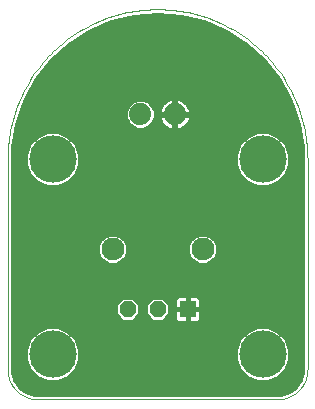
<source format=gtl>
G75*
%MOIN*%
%OFA0B0*%
%FSLAX25Y25*%
%IPPOS*%
%LPD*%
%AMOC8*
5,1,8,0,0,1.08239X$1,22.5*
%
%ADD10C,0.07400*%
%ADD11OC8,0.05600*%
%ADD12R,0.05600X0.05600*%
%ADD13C,0.00000*%
%ADD14C,0.15811*%
%ADD15C,0.07600*%
%ADD16C,0.01600*%
D10*
X0051100Y0119006D03*
X0062500Y0119006D03*
D11*
X0056800Y0054006D03*
X0046800Y0054006D03*
D12*
X0066800Y0054006D03*
D13*
X0096800Y0024006D02*
X0016800Y0024006D01*
X0016558Y0024009D01*
X0016317Y0024018D01*
X0016076Y0024032D01*
X0015835Y0024053D01*
X0015595Y0024079D01*
X0015355Y0024111D01*
X0015116Y0024149D01*
X0014879Y0024192D01*
X0014642Y0024242D01*
X0014407Y0024297D01*
X0014173Y0024357D01*
X0013941Y0024424D01*
X0013710Y0024495D01*
X0013481Y0024573D01*
X0013254Y0024656D01*
X0013029Y0024744D01*
X0012806Y0024838D01*
X0012586Y0024937D01*
X0012368Y0025042D01*
X0012153Y0025151D01*
X0011940Y0025266D01*
X0011730Y0025386D01*
X0011524Y0025511D01*
X0011320Y0025641D01*
X0011119Y0025776D01*
X0010922Y0025916D01*
X0010728Y0026060D01*
X0010538Y0026209D01*
X0010352Y0026363D01*
X0010169Y0026521D01*
X0009990Y0026683D01*
X0009815Y0026850D01*
X0009644Y0027021D01*
X0009477Y0027196D01*
X0009315Y0027375D01*
X0009157Y0027558D01*
X0009003Y0027744D01*
X0008854Y0027934D01*
X0008710Y0028128D01*
X0008570Y0028325D01*
X0008435Y0028526D01*
X0008305Y0028730D01*
X0008180Y0028936D01*
X0008060Y0029146D01*
X0007945Y0029359D01*
X0007836Y0029574D01*
X0007731Y0029792D01*
X0007632Y0030012D01*
X0007538Y0030235D01*
X0007450Y0030460D01*
X0007367Y0030687D01*
X0007289Y0030916D01*
X0007218Y0031147D01*
X0007151Y0031379D01*
X0007091Y0031613D01*
X0007036Y0031848D01*
X0006986Y0032085D01*
X0006943Y0032322D01*
X0006905Y0032561D01*
X0006873Y0032801D01*
X0006847Y0033041D01*
X0006826Y0033282D01*
X0006812Y0033523D01*
X0006803Y0033764D01*
X0006800Y0034006D01*
X0006800Y0104006D01*
X0006815Y0105224D01*
X0006859Y0106440D01*
X0006933Y0107656D01*
X0007037Y0108869D01*
X0007170Y0110079D01*
X0007333Y0111286D01*
X0007525Y0112488D01*
X0007746Y0113686D01*
X0007996Y0114878D01*
X0008275Y0116063D01*
X0008583Y0117241D01*
X0008920Y0118411D01*
X0009285Y0119573D01*
X0009678Y0120725D01*
X0010099Y0121868D01*
X0010548Y0122999D01*
X0011024Y0124120D01*
X0011528Y0125229D01*
X0012058Y0126325D01*
X0012615Y0127408D01*
X0013198Y0128477D01*
X0013806Y0129531D01*
X0014441Y0130571D01*
X0015100Y0131594D01*
X0015784Y0132602D01*
X0016493Y0133592D01*
X0017225Y0134565D01*
X0017981Y0135519D01*
X0018760Y0136455D01*
X0019561Y0137372D01*
X0020385Y0138269D01*
X0021230Y0139145D01*
X0022096Y0140001D01*
X0022983Y0140836D01*
X0023890Y0141648D01*
X0024816Y0142438D01*
X0025762Y0143206D01*
X0026725Y0143950D01*
X0027707Y0144670D01*
X0028706Y0145367D01*
X0029721Y0146039D01*
X0030753Y0146686D01*
X0031800Y0147307D01*
X0032862Y0147903D01*
X0033938Y0148473D01*
X0035027Y0149017D01*
X0036130Y0149533D01*
X0037245Y0150023D01*
X0038371Y0150486D01*
X0039508Y0150921D01*
X0040656Y0151328D01*
X0041813Y0151707D01*
X0042979Y0152058D01*
X0044153Y0152380D01*
X0045335Y0152674D01*
X0046524Y0152939D01*
X0047718Y0153174D01*
X0048918Y0153381D01*
X0050123Y0153558D01*
X0051331Y0153706D01*
X0052543Y0153824D01*
X0053758Y0153913D01*
X0054974Y0153973D01*
X0056191Y0154002D01*
X0057409Y0154002D01*
X0058626Y0153973D01*
X0059842Y0153913D01*
X0061057Y0153824D01*
X0062269Y0153706D01*
X0063477Y0153558D01*
X0064682Y0153381D01*
X0065882Y0153174D01*
X0067076Y0152939D01*
X0068265Y0152674D01*
X0069447Y0152380D01*
X0070621Y0152058D01*
X0071787Y0151707D01*
X0072944Y0151328D01*
X0074092Y0150921D01*
X0075229Y0150486D01*
X0076355Y0150023D01*
X0077470Y0149533D01*
X0078573Y0149017D01*
X0079662Y0148473D01*
X0080738Y0147903D01*
X0081800Y0147307D01*
X0082847Y0146686D01*
X0083879Y0146039D01*
X0084894Y0145367D01*
X0085893Y0144670D01*
X0086875Y0143950D01*
X0087838Y0143206D01*
X0088784Y0142438D01*
X0089710Y0141648D01*
X0090617Y0140836D01*
X0091504Y0140001D01*
X0092370Y0139145D01*
X0093215Y0138269D01*
X0094039Y0137372D01*
X0094840Y0136455D01*
X0095619Y0135519D01*
X0096375Y0134565D01*
X0097107Y0133592D01*
X0097816Y0132602D01*
X0098500Y0131594D01*
X0099159Y0130571D01*
X0099794Y0129531D01*
X0100402Y0128477D01*
X0100985Y0127408D01*
X0101542Y0126325D01*
X0102072Y0125229D01*
X0102576Y0124120D01*
X0103052Y0122999D01*
X0103501Y0121868D01*
X0103922Y0120725D01*
X0104315Y0119573D01*
X0104680Y0118411D01*
X0105017Y0117241D01*
X0105325Y0116063D01*
X0105604Y0114878D01*
X0105854Y0113686D01*
X0106075Y0112488D01*
X0106267Y0111286D01*
X0106430Y0110079D01*
X0106563Y0108869D01*
X0106667Y0107656D01*
X0106741Y0106440D01*
X0106785Y0105224D01*
X0106800Y0104006D01*
X0106800Y0034006D01*
X0106797Y0033764D01*
X0106788Y0033523D01*
X0106774Y0033282D01*
X0106753Y0033041D01*
X0106727Y0032801D01*
X0106695Y0032561D01*
X0106657Y0032322D01*
X0106614Y0032085D01*
X0106564Y0031848D01*
X0106509Y0031613D01*
X0106449Y0031379D01*
X0106382Y0031147D01*
X0106311Y0030916D01*
X0106233Y0030687D01*
X0106150Y0030460D01*
X0106062Y0030235D01*
X0105968Y0030012D01*
X0105869Y0029792D01*
X0105764Y0029574D01*
X0105655Y0029359D01*
X0105540Y0029146D01*
X0105420Y0028936D01*
X0105295Y0028730D01*
X0105165Y0028526D01*
X0105030Y0028325D01*
X0104890Y0028128D01*
X0104746Y0027934D01*
X0104597Y0027744D01*
X0104443Y0027558D01*
X0104285Y0027375D01*
X0104123Y0027196D01*
X0103956Y0027021D01*
X0103785Y0026850D01*
X0103610Y0026683D01*
X0103431Y0026521D01*
X0103248Y0026363D01*
X0103062Y0026209D01*
X0102872Y0026060D01*
X0102678Y0025916D01*
X0102481Y0025776D01*
X0102280Y0025641D01*
X0102076Y0025511D01*
X0101870Y0025386D01*
X0101660Y0025266D01*
X0101447Y0025151D01*
X0101232Y0025042D01*
X0101014Y0024937D01*
X0100794Y0024838D01*
X0100571Y0024744D01*
X0100346Y0024656D01*
X0100119Y0024573D01*
X0099890Y0024495D01*
X0099659Y0024424D01*
X0099427Y0024357D01*
X0099193Y0024297D01*
X0098958Y0024242D01*
X0098721Y0024192D01*
X0098484Y0024149D01*
X0098245Y0024111D01*
X0098005Y0024079D01*
X0097765Y0024053D01*
X0097524Y0024032D01*
X0097283Y0024018D01*
X0097042Y0024009D01*
X0096800Y0024006D01*
D14*
X0091800Y0039006D03*
X0091800Y0104006D03*
X0021800Y0104006D03*
X0021800Y0039006D03*
D15*
X0041800Y0074006D03*
X0071800Y0074006D03*
D16*
X0074805Y0078355D02*
X0105000Y0078355D01*
X0105000Y0076757D02*
X0076289Y0076757D01*
X0076208Y0076951D02*
X0074746Y0078414D01*
X0072834Y0079206D01*
X0070766Y0079206D01*
X0068854Y0078414D01*
X0067392Y0076951D01*
X0066600Y0075040D01*
X0066600Y0072972D01*
X0067392Y0071060D01*
X0068854Y0069598D01*
X0070766Y0068806D01*
X0072834Y0068806D01*
X0074746Y0069598D01*
X0076208Y0071060D01*
X0077000Y0072972D01*
X0077000Y0075040D01*
X0076208Y0076951D01*
X0076951Y0075158D02*
X0105000Y0075158D01*
X0105000Y0073560D02*
X0077000Y0073560D01*
X0076581Y0071961D02*
X0105000Y0071961D01*
X0105000Y0070363D02*
X0075511Y0070363D01*
X0068795Y0078355D02*
X0044805Y0078355D01*
X0044746Y0078414D02*
X0042834Y0079206D01*
X0040766Y0079206D01*
X0038854Y0078414D01*
X0037392Y0076951D01*
X0036600Y0075040D01*
X0036600Y0072972D01*
X0037392Y0071060D01*
X0038854Y0069598D01*
X0040766Y0068806D01*
X0042834Y0068806D01*
X0044746Y0069598D01*
X0046208Y0071060D01*
X0047000Y0072972D01*
X0047000Y0075040D01*
X0046208Y0076951D01*
X0044746Y0078414D01*
X0046289Y0076757D02*
X0067311Y0076757D01*
X0066649Y0075158D02*
X0046951Y0075158D01*
X0047000Y0073560D02*
X0066600Y0073560D01*
X0067018Y0071961D02*
X0046581Y0071961D01*
X0045511Y0070363D02*
X0068089Y0070363D01*
X0066800Y0058606D02*
X0066800Y0054006D01*
X0066800Y0054006D01*
X0066800Y0058606D01*
X0069837Y0058606D01*
X0070295Y0058483D01*
X0070705Y0058246D01*
X0071040Y0057911D01*
X0071277Y0057501D01*
X0071400Y0057043D01*
X0071400Y0054006D01*
X0066800Y0054006D01*
X0066800Y0054006D01*
X0066800Y0054006D01*
X0062200Y0054006D01*
X0062200Y0057043D01*
X0062323Y0057501D01*
X0062560Y0057911D01*
X0062895Y0058246D01*
X0063305Y0058483D01*
X0063763Y0058606D01*
X0066800Y0058606D01*
X0066800Y0057575D02*
X0066800Y0057575D01*
X0066800Y0055976D02*
X0066800Y0055976D01*
X0066800Y0054378D02*
X0066800Y0054378D01*
X0066800Y0054006D02*
X0071400Y0054006D01*
X0071400Y0050969D01*
X0071277Y0050511D01*
X0071040Y0050101D01*
X0070705Y0049766D01*
X0070295Y0049529D01*
X0069837Y0049406D01*
X0066800Y0049406D01*
X0066800Y0054006D01*
X0062200Y0054006D01*
X0062200Y0050969D01*
X0062323Y0050511D01*
X0062560Y0050101D01*
X0062895Y0049766D01*
X0063305Y0049529D01*
X0063763Y0049406D01*
X0066800Y0049406D01*
X0066800Y0054006D01*
X0066800Y0054006D01*
X0066800Y0052779D02*
X0066800Y0052779D01*
X0066800Y0051181D02*
X0066800Y0051181D01*
X0066800Y0049582D02*
X0066800Y0049582D01*
X0070387Y0049582D02*
X0105000Y0049582D01*
X0105000Y0047984D02*
X0094442Y0047984D01*
X0093651Y0048311D02*
X0089949Y0048311D01*
X0086529Y0046895D01*
X0083911Y0044277D01*
X0082494Y0040857D01*
X0082494Y0037155D01*
X0083911Y0033735D01*
X0086529Y0031117D01*
X0089949Y0029700D01*
X0093651Y0029700D01*
X0097071Y0031117D01*
X0099689Y0033735D01*
X0101105Y0037155D01*
X0101105Y0040857D01*
X0099689Y0044277D01*
X0097071Y0046895D01*
X0093651Y0048311D01*
X0097581Y0046385D02*
X0105000Y0046385D01*
X0105000Y0044787D02*
X0099179Y0044787D01*
X0100140Y0043188D02*
X0105000Y0043188D01*
X0105000Y0041590D02*
X0100802Y0041590D01*
X0101105Y0039991D02*
X0105000Y0039991D01*
X0105000Y0038393D02*
X0101105Y0038393D01*
X0100956Y0036794D02*
X0105000Y0036794D01*
X0105000Y0035195D02*
X0100294Y0035195D01*
X0099551Y0033597D02*
X0104968Y0033597D01*
X0105000Y0034006D02*
X0104899Y0032723D01*
X0104106Y0030283D01*
X0102598Y0028208D01*
X0100523Y0026700D01*
X0098083Y0025907D01*
X0096800Y0025806D01*
X0016800Y0025806D01*
X0015517Y0025907D01*
X0013077Y0026700D01*
X0011002Y0028208D01*
X0009494Y0030283D01*
X0008701Y0032723D01*
X0008600Y0034006D01*
X0008600Y0104006D01*
X0008765Y0107986D01*
X0010075Y0115838D01*
X0012660Y0123368D01*
X0016449Y0130369D01*
X0021338Y0136651D01*
X0027195Y0142042D01*
X0033859Y0146397D01*
X0041149Y0149594D01*
X0048867Y0151549D01*
X0056800Y0152206D01*
X0064733Y0151549D01*
X0072451Y0149594D01*
X0079741Y0146397D01*
X0086405Y0142042D01*
X0092262Y0136651D01*
X0097151Y0130369D01*
X0100940Y0123368D01*
X0103525Y0115838D01*
X0104835Y0107986D01*
X0105000Y0104006D01*
X0105000Y0034006D01*
X0104664Y0031998D02*
X0097953Y0031998D01*
X0095340Y0030400D02*
X0104144Y0030400D01*
X0103030Y0028801D02*
X0010570Y0028801D01*
X0009456Y0030400D02*
X0018260Y0030400D01*
X0019949Y0029700D02*
X0023651Y0029700D01*
X0027071Y0031117D01*
X0029689Y0033735D01*
X0031105Y0037155D01*
X0031105Y0040857D01*
X0029689Y0044277D01*
X0027071Y0046895D01*
X0023651Y0048311D01*
X0019949Y0048311D01*
X0016529Y0046895D01*
X0013911Y0044277D01*
X0012494Y0040857D01*
X0012494Y0037155D01*
X0013911Y0033735D01*
X0016529Y0031117D01*
X0019949Y0029700D01*
X0015647Y0031998D02*
X0008936Y0031998D01*
X0008632Y0033597D02*
X0014049Y0033597D01*
X0013306Y0035195D02*
X0008600Y0035195D01*
X0008600Y0036794D02*
X0012644Y0036794D01*
X0012494Y0038393D02*
X0008600Y0038393D01*
X0008600Y0039991D02*
X0012494Y0039991D01*
X0012798Y0041590D02*
X0008600Y0041590D01*
X0008600Y0043188D02*
X0013460Y0043188D01*
X0014421Y0044787D02*
X0008600Y0044787D01*
X0008600Y0046385D02*
X0016019Y0046385D01*
X0019158Y0047984D02*
X0008600Y0047984D01*
X0008600Y0049582D02*
X0063213Y0049582D01*
X0062200Y0051181D02*
X0059914Y0051181D01*
X0061000Y0052266D02*
X0058540Y0049806D01*
X0055060Y0049806D01*
X0052600Y0052266D01*
X0052600Y0055746D01*
X0055060Y0058206D01*
X0058540Y0058206D01*
X0061000Y0055746D01*
X0061000Y0052266D01*
X0061000Y0052779D02*
X0062200Y0052779D01*
X0062200Y0054378D02*
X0061000Y0054378D01*
X0060769Y0055976D02*
X0062200Y0055976D01*
X0062365Y0057575D02*
X0059171Y0057575D01*
X0054429Y0057575D02*
X0049171Y0057575D01*
X0048540Y0058206D02*
X0045060Y0058206D01*
X0042600Y0055746D01*
X0042600Y0052266D01*
X0045060Y0049806D01*
X0048540Y0049806D01*
X0051000Y0052266D01*
X0051000Y0055746D01*
X0048540Y0058206D01*
X0050769Y0055976D02*
X0052831Y0055976D01*
X0052600Y0054378D02*
X0051000Y0054378D01*
X0051000Y0052779D02*
X0052600Y0052779D01*
X0053686Y0051181D02*
X0049914Y0051181D01*
X0044429Y0057575D02*
X0008600Y0057575D01*
X0008600Y0059173D02*
X0105000Y0059173D01*
X0105000Y0057575D02*
X0071235Y0057575D01*
X0071400Y0055976D02*
X0105000Y0055976D01*
X0105000Y0054378D02*
X0071400Y0054378D01*
X0071400Y0052779D02*
X0105000Y0052779D01*
X0105000Y0051181D02*
X0071400Y0051181D01*
X0082798Y0041590D02*
X0030802Y0041590D01*
X0031105Y0039991D02*
X0082494Y0039991D01*
X0082494Y0038393D02*
X0031105Y0038393D01*
X0030956Y0036794D02*
X0082644Y0036794D01*
X0083306Y0035195D02*
X0030294Y0035195D01*
X0029551Y0033597D02*
X0084049Y0033597D01*
X0085647Y0031998D02*
X0027953Y0031998D01*
X0025340Y0030400D02*
X0088260Y0030400D01*
X0083460Y0043188D02*
X0030140Y0043188D01*
X0029179Y0044787D02*
X0084421Y0044787D01*
X0086019Y0046385D02*
X0027581Y0046385D01*
X0024442Y0047984D02*
X0089158Y0047984D01*
X0101215Y0027203D02*
X0012385Y0027203D01*
X0008600Y0051181D02*
X0043686Y0051181D01*
X0042600Y0052779D02*
X0008600Y0052779D01*
X0008600Y0054378D02*
X0042600Y0054378D01*
X0042831Y0055976D02*
X0008600Y0055976D01*
X0008600Y0060772D02*
X0105000Y0060772D01*
X0105000Y0062370D02*
X0008600Y0062370D01*
X0008600Y0063969D02*
X0105000Y0063969D01*
X0105000Y0065567D02*
X0008600Y0065567D01*
X0008600Y0067166D02*
X0105000Y0067166D01*
X0105000Y0068764D02*
X0008600Y0068764D01*
X0008600Y0070363D02*
X0038089Y0070363D01*
X0037018Y0071961D02*
X0008600Y0071961D01*
X0008600Y0073560D02*
X0036600Y0073560D01*
X0036649Y0075158D02*
X0008600Y0075158D01*
X0008600Y0076757D02*
X0037311Y0076757D01*
X0038795Y0078355D02*
X0008600Y0078355D01*
X0008600Y0079954D02*
X0105000Y0079954D01*
X0105000Y0081552D02*
X0008600Y0081552D01*
X0008600Y0083151D02*
X0105000Y0083151D01*
X0105000Y0084749D02*
X0008600Y0084749D01*
X0008600Y0086348D02*
X0105000Y0086348D01*
X0105000Y0087946D02*
X0008600Y0087946D01*
X0008600Y0089545D02*
X0105000Y0089545D01*
X0105000Y0091143D02*
X0008600Y0091143D01*
X0008600Y0092742D02*
X0105000Y0092742D01*
X0105000Y0094340D02*
X0008600Y0094340D01*
X0008600Y0095939D02*
X0016959Y0095939D01*
X0016529Y0096117D02*
X0019949Y0094700D01*
X0023651Y0094700D01*
X0027071Y0096117D01*
X0029689Y0098735D01*
X0031105Y0102155D01*
X0031105Y0105857D01*
X0029689Y0109277D01*
X0027071Y0111895D01*
X0023651Y0113311D01*
X0019949Y0113311D01*
X0016529Y0111895D01*
X0013911Y0109277D01*
X0012494Y0105857D01*
X0012494Y0102155D01*
X0013911Y0098735D01*
X0016529Y0096117D01*
X0015109Y0097537D02*
X0008600Y0097537D01*
X0008600Y0099136D02*
X0013745Y0099136D01*
X0013083Y0100734D02*
X0008600Y0100734D01*
X0008600Y0102333D02*
X0012494Y0102333D01*
X0012494Y0103931D02*
X0008600Y0103931D01*
X0008663Y0105530D02*
X0012494Y0105530D01*
X0013021Y0107128D02*
X0008729Y0107128D01*
X0008888Y0108727D02*
X0013683Y0108727D01*
X0014960Y0110326D02*
X0009155Y0110326D01*
X0009422Y0111924D02*
X0016600Y0111924D01*
X0010377Y0116720D02*
X0046527Y0116720D01*
X0046776Y0116117D02*
X0046000Y0117991D01*
X0046000Y0120020D01*
X0046776Y0121895D01*
X0048211Y0123329D01*
X0050086Y0124106D01*
X0052114Y0124106D01*
X0053989Y0123329D01*
X0055424Y0121895D01*
X0056200Y0120020D01*
X0056200Y0117991D01*
X0055424Y0116117D01*
X0053989Y0114682D01*
X0052114Y0113906D01*
X0050086Y0113906D01*
X0048211Y0114682D01*
X0046776Y0116117D01*
X0047772Y0115121D02*
X0009955Y0115121D01*
X0009688Y0113523D02*
X0061962Y0113523D01*
X0062067Y0113506D02*
X0061212Y0113641D01*
X0060389Y0113909D01*
X0059617Y0114302D01*
X0058917Y0114811D01*
X0058305Y0115423D01*
X0057796Y0116123D01*
X0057403Y0116895D01*
X0057135Y0117718D01*
X0057000Y0118573D01*
X0057000Y0118806D01*
X0062300Y0118806D01*
X0062300Y0119206D01*
X0062300Y0124506D01*
X0062067Y0124506D01*
X0061212Y0124370D01*
X0060389Y0124103D01*
X0059617Y0123710D01*
X0058917Y0123201D01*
X0058305Y0122589D01*
X0057796Y0121889D01*
X0057403Y0121117D01*
X0057135Y0120294D01*
X0057000Y0119439D01*
X0057000Y0119206D01*
X0062300Y0119206D01*
X0062700Y0119206D01*
X0062700Y0124506D01*
X0062933Y0124506D01*
X0063788Y0124370D01*
X0064611Y0124103D01*
X0065383Y0123710D01*
X0066083Y0123201D01*
X0066695Y0122589D01*
X0067204Y0121889D01*
X0067597Y0121117D01*
X0067865Y0120294D01*
X0068000Y0119439D01*
X0068000Y0119206D01*
X0062700Y0119206D01*
X0062700Y0118806D01*
X0068000Y0118806D01*
X0068000Y0118573D01*
X0067865Y0117718D01*
X0067597Y0116895D01*
X0067204Y0116123D01*
X0066695Y0115423D01*
X0066083Y0114811D01*
X0065383Y0114302D01*
X0064611Y0113909D01*
X0063788Y0113641D01*
X0062933Y0113506D01*
X0062700Y0113506D01*
X0062700Y0118806D01*
X0062300Y0118806D01*
X0062300Y0113506D01*
X0062067Y0113506D01*
X0062300Y0113523D02*
X0062700Y0113523D01*
X0063038Y0113523D02*
X0103912Y0113523D01*
X0103645Y0115121D02*
X0066393Y0115121D01*
X0067508Y0116720D02*
X0103223Y0116720D01*
X0102674Y0118318D02*
X0067960Y0118318D01*
X0067924Y0119917D02*
X0102125Y0119917D01*
X0101576Y0121515D02*
X0067394Y0121515D01*
X0066170Y0123114D02*
X0101027Y0123114D01*
X0100213Y0124712D02*
X0013387Y0124712D01*
X0012573Y0123114D02*
X0047995Y0123114D01*
X0046619Y0121515D02*
X0012024Y0121515D01*
X0011475Y0119917D02*
X0046000Y0119917D01*
X0046000Y0118318D02*
X0010926Y0118318D01*
X0014252Y0126311D02*
X0099348Y0126311D01*
X0098483Y0127909D02*
X0015117Y0127909D01*
X0015983Y0129508D02*
X0097617Y0129508D01*
X0096578Y0131106D02*
X0017022Y0131106D01*
X0018267Y0132705D02*
X0095333Y0132705D01*
X0094089Y0134303D02*
X0019511Y0134303D01*
X0020755Y0135902D02*
X0092845Y0135902D01*
X0091339Y0137500D02*
X0022261Y0137500D01*
X0023997Y0139099D02*
X0089603Y0139099D01*
X0087866Y0140697D02*
X0025734Y0140697D01*
X0027583Y0142296D02*
X0086017Y0142296D01*
X0083571Y0143894D02*
X0030029Y0143894D01*
X0032476Y0145493D02*
X0081124Y0145493D01*
X0078157Y0147091D02*
X0035443Y0147091D01*
X0039087Y0148690D02*
X0074513Y0148690D01*
X0069710Y0150288D02*
X0043890Y0150288D01*
X0052949Y0151887D02*
X0060651Y0151887D01*
X0062300Y0123114D02*
X0062700Y0123114D01*
X0062700Y0121515D02*
X0062300Y0121515D01*
X0062300Y0119917D02*
X0062700Y0119917D01*
X0062700Y0118318D02*
X0062300Y0118318D01*
X0062300Y0116720D02*
X0062700Y0116720D01*
X0062700Y0115121D02*
X0062300Y0115121D01*
X0058607Y0115121D02*
X0054428Y0115121D01*
X0055673Y0116720D02*
X0057492Y0116720D01*
X0057040Y0118318D02*
X0056200Y0118318D01*
X0056200Y0119917D02*
X0057076Y0119917D01*
X0057606Y0121515D02*
X0055581Y0121515D01*
X0054205Y0123114D02*
X0058830Y0123114D01*
X0083911Y0109277D02*
X0082494Y0105857D01*
X0082494Y0102155D01*
X0083911Y0098735D01*
X0086529Y0096117D01*
X0089949Y0094700D01*
X0093651Y0094700D01*
X0097071Y0096117D01*
X0099689Y0098735D01*
X0101105Y0102155D01*
X0101105Y0105857D01*
X0099689Y0109277D01*
X0097071Y0111895D01*
X0093651Y0113311D01*
X0089949Y0113311D01*
X0086529Y0111895D01*
X0083911Y0109277D01*
X0083683Y0108727D02*
X0029917Y0108727D01*
X0030579Y0107128D02*
X0083021Y0107128D01*
X0082494Y0105530D02*
X0031105Y0105530D01*
X0031105Y0103931D02*
X0082494Y0103931D01*
X0082494Y0102333D02*
X0031105Y0102333D01*
X0030517Y0100734D02*
X0083083Y0100734D01*
X0083745Y0099136D02*
X0029855Y0099136D01*
X0028491Y0097537D02*
X0085109Y0097537D01*
X0086959Y0095939D02*
X0026641Y0095939D01*
X0028640Y0110326D02*
X0084960Y0110326D01*
X0086600Y0111924D02*
X0027000Y0111924D01*
X0097000Y0111924D02*
X0104178Y0111924D01*
X0104445Y0110326D02*
X0098640Y0110326D01*
X0099917Y0108727D02*
X0104712Y0108727D01*
X0104871Y0107128D02*
X0100579Y0107128D01*
X0101105Y0105530D02*
X0104937Y0105530D01*
X0105000Y0103931D02*
X0101105Y0103931D01*
X0101105Y0102333D02*
X0105000Y0102333D01*
X0105000Y0100734D02*
X0100517Y0100734D01*
X0099855Y0099136D02*
X0105000Y0099136D01*
X0105000Y0097537D02*
X0098491Y0097537D01*
X0096641Y0095939D02*
X0105000Y0095939D01*
M02*

</source>
